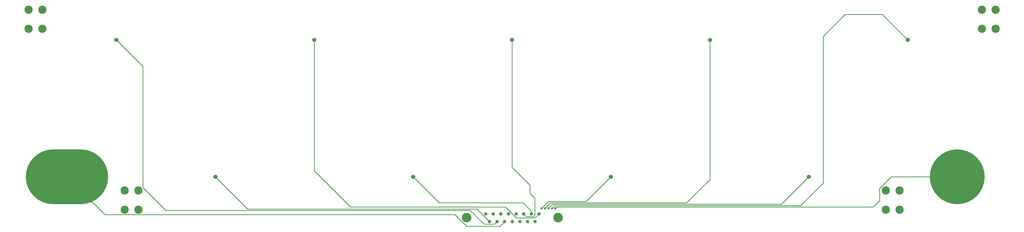
<source format=gbr>
%TF.GenerationSoftware,KiCad,Pcbnew,(5.1.6)-1*%
%TF.CreationDate,2022-08-08T14:05:23-07:00*%
%TF.ProjectId,NiCd Battery Shield - VP400KH,4e694364-2042-4617-9474-657279205368,1*%
%TF.SameCoordinates,Original*%
%TF.FileFunction,Copper,L1,Top*%
%TF.FilePolarity,Positive*%
%FSLAX46Y46*%
G04 Gerber Fmt 4.6, Leading zero omitted, Abs format (unit mm)*
G04 Created by KiCad (PCBNEW (5.1.6)-1) date 2022-08-08 14:05:23*
%MOMM*%
%LPD*%
G01*
G04 APERTURE LIST*
%TA.AperFunction,ComponentPad*%
%ADD10C,1.524000*%
%TD*%
%TA.AperFunction,ComponentPad*%
%ADD11C,1.250000*%
%TD*%
%TA.AperFunction,ComponentPad*%
%ADD12C,3.500000*%
%TD*%
%TA.AperFunction,ComponentPad*%
%ADD13C,20.000000*%
%TD*%
%TA.AperFunction,ComponentPad*%
%ADD14C,0.500000*%
%TD*%
%TA.AperFunction,ComponentPad*%
%ADD15O,30.000000X20.000000*%
%TD*%
%TA.AperFunction,ComponentPad*%
%ADD16C,3.000000*%
%TD*%
%TA.AperFunction,ViaPad*%
%ADD17C,0.800000*%
%TD*%
%TA.AperFunction,Conductor*%
%ADD18C,0.250000*%
%TD*%
G04 APERTURE END LIST*
D10*
%TO.P,J4,1*%
%TO.N,Net-(J4-Pad1)*%
X292000000Y-135000000D03*
%TD*%
D11*
%TO.P,J6,15*%
%TO.N,Net-(J6-Pad15)*%
X228385000Y-201340000D03*
%TO.P,J6,14*%
%TO.N,Net-(J6-Pad14)*%
X225615000Y-201340000D03*
%TO.P,J6,13*%
%TO.N,Net-(J6-Pad13)*%
X222845000Y-201340000D03*
%TO.P,J6,12*%
%TO.N,Net-(J6-Pad12)*%
X220075000Y-201340000D03*
%TO.P,J6,11*%
%TO.N,Net-(J12-Pad1)*%
X217305000Y-201340000D03*
%TO.P,J6,10*%
%TO.N,Net-(J11-Pad1)*%
X214535000Y-201340000D03*
%TO.P,J6,9*%
%TO.N,Net-(J10-Pad1)*%
X211765000Y-201340000D03*
%TO.P,J6,8*%
%TO.N,Net-(J6-Pad8)*%
X229770000Y-198500000D03*
%TO.P,J6,7*%
%TO.N,Net-(J6-Pad7)*%
X227000000Y-198500000D03*
%TO.P,J6,6*%
%TO.N,Net-(J6-Pad6)*%
X224230000Y-198500000D03*
%TO.P,J6,5*%
%TO.N,Net-(J5-Pad1)*%
X221460000Y-198500000D03*
%TO.P,J6,4*%
%TO.N,Net-(J4-Pad1)*%
X218690000Y-198500000D03*
%TO.P,J6,3*%
%TO.N,Net-(J3-Pad1)*%
X215920000Y-198500000D03*
%TO.P,J6,2*%
%TO.N,Net-(J2-Pad1)*%
X213150000Y-198500000D03*
%TO.P,J6,1*%
%TO.N,Net-(J1-Pad1)*%
X210380000Y-198500000D03*
D12*
%TO.P,J6,*%
%TO.N,*%
X236725000Y-199920000D03*
X203425000Y-199920000D03*
%TD*%
D10*
%TO.P,J3,1*%
%TO.N,Net-(J3-Pad1)*%
X328000000Y-185000000D03*
%TD*%
D13*
%TO.P,J1,1*%
%TO.N,Net-(J1-Pad1)*%
X382000000Y-185000000D03*
D14*
X382000000Y-178650000D03*
X379828172Y-179032952D03*
X377918299Y-180135618D03*
X376500739Y-181825000D03*
X375746471Y-183897334D03*
X375746471Y-186102666D03*
X376500739Y-188175000D03*
X377918299Y-189864382D03*
X379828172Y-190967048D03*
X382000000Y-191350000D03*
X384171828Y-190967048D03*
X386081701Y-189864382D03*
X387499261Y-188175000D03*
X388253529Y-186102666D03*
X388253529Y-183897334D03*
X387499261Y-181825000D03*
X386081701Y-180135618D03*
X384171828Y-179032952D03*
X382000000Y-177380000D03*
X379393807Y-177839542D03*
X377101958Y-179162741D03*
X375400886Y-181190000D03*
X374495765Y-183676801D03*
X374495765Y-186323199D03*
X375400886Y-188810000D03*
X377101958Y-190837259D03*
X379393807Y-192160458D03*
X382000000Y-192620000D03*
X384606193Y-192160458D03*
X386898042Y-190837259D03*
X388599114Y-188810000D03*
X389504235Y-186323199D03*
X389504235Y-183676801D03*
X388599114Y-181190000D03*
X386898042Y-179162741D03*
X384606193Y-177839542D03*
X382000000Y-176110000D03*
X378959441Y-176646133D03*
X376285618Y-178189865D03*
X374301034Y-180555000D03*
X373245059Y-183456268D03*
X373245059Y-186543732D03*
X374301034Y-189445000D03*
X376285618Y-191810135D03*
X378959441Y-193353867D03*
X382000000Y-193890000D03*
X385040559Y-193353867D03*
X387714382Y-191810135D03*
X389698966Y-189445000D03*
X390754941Y-186543732D03*
X390754941Y-183456268D03*
X389698966Y-180555000D03*
X387714382Y-178189865D03*
X385040559Y-176646133D03*
%TD*%
%TO.P,J12,1*%
%TO.N,Net-(J12-Pad1)*%
X58000000Y-193650000D03*
X58000000Y-191110000D03*
X60500000Y-192380000D03*
X60500000Y-191110000D03*
X60500000Y-193650000D03*
X58000000Y-192380000D03*
X55500000Y-193650000D03*
X55500000Y-191110000D03*
X55500000Y-192380000D03*
X58000000Y-178400000D03*
X58000000Y-177130000D03*
X58000000Y-175860000D03*
X60500000Y-178400000D03*
X60500000Y-175860000D03*
X60500000Y-177130000D03*
X55500000Y-178400000D03*
X55500000Y-177130000D03*
X55500000Y-175860000D03*
X68714382Y-191560135D03*
X63000000Y-191100000D03*
X63000000Y-178400000D03*
X65606193Y-177589542D03*
X63000000Y-192370000D03*
X69599114Y-188560000D03*
X66040559Y-176396133D03*
X68714382Y-177939865D03*
X70698966Y-180305000D03*
X63000000Y-177130000D03*
X63000000Y-193640000D03*
X70504235Y-183426801D03*
X68499261Y-187925000D03*
X65171828Y-178782952D03*
X71754941Y-183206268D03*
X70698966Y-189195000D03*
X66040559Y-193103867D03*
X63000000Y-175860000D03*
X67898042Y-178912741D03*
X69599114Y-180940000D03*
X70504235Y-186073199D03*
X67081701Y-189614382D03*
X68499261Y-181575000D03*
X67081701Y-179885618D03*
X65606193Y-191910458D03*
X65171828Y-190717048D03*
X67898042Y-190587259D03*
X69253529Y-183647334D03*
X71754941Y-186293732D03*
X69253529Y-185852666D03*
X47285618Y-191560135D03*
X44245059Y-186293732D03*
X46400886Y-188560000D03*
X53000000Y-191100000D03*
X46746471Y-183647334D03*
X53000000Y-178400000D03*
X46400886Y-180940000D03*
X48918299Y-189614382D03*
X53000000Y-192370000D03*
X53000000Y-177130000D03*
X53000000Y-193640000D03*
X50828172Y-178782952D03*
X50393807Y-177589542D03*
X50828172Y-190717048D03*
X49959441Y-193103867D03*
X45301034Y-189195000D03*
X45301034Y-180305000D03*
X45495765Y-183426801D03*
X47500739Y-181575000D03*
X47285618Y-177939865D03*
X47500739Y-187925000D03*
X49959441Y-176396133D03*
X53000000Y-175860000D03*
X48101958Y-178912741D03*
X50393807Y-191910458D03*
X48101958Y-190587259D03*
X46746471Y-185852666D03*
X48918299Y-179885618D03*
X44245059Y-183206268D03*
X45495765Y-186073199D03*
D15*
X58000000Y-185000000D03*
%TD*%
D10*
%TO.P,J7,1*%
%TO.N,Net-(J6-Pad6)*%
X220000000Y-135000000D03*
%TD*%
%TO.P,J11,1*%
%TO.N,Net-(J11-Pad1)*%
X76000000Y-135000000D03*
%TD*%
%TO.P,J10,1*%
%TO.N,Net-(J10-Pad1)*%
X112000000Y-185000000D03*
%TD*%
%TO.P,J9,1*%
%TO.N,Net-(J6-Pad8)*%
X148000000Y-135000000D03*
%TD*%
%TO.P,J8,1*%
%TO.N,Net-(J6-Pad7)*%
X184000000Y-185000000D03*
%TD*%
%TO.P,J5,1*%
%TO.N,Net-(J5-Pad1)*%
X256000000Y-185000000D03*
%TD*%
%TO.P,J2,1*%
%TO.N,Net-(J2-Pad1)*%
X364000000Y-135000000D03*
%TD*%
D16*
%TO.P,H1,1*%
%TO.N,N/C*%
X49000000Y-131000000D03*
X44000000Y-131000000D03*
X49000000Y-124000000D03*
X44000000Y-124000000D03*
%TD*%
%TO.P,H2,1*%
%TO.N,N/C*%
X84000000Y-197000000D03*
X79000000Y-197000000D03*
X84000000Y-190000000D03*
X79000000Y-190000000D03*
%TD*%
%TO.P,H3,1*%
%TO.N,N/C*%
X396000000Y-131000000D03*
X391000000Y-131000000D03*
X396000000Y-124000000D03*
X391000000Y-124000000D03*
%TD*%
%TO.P,H4,1*%
%TO.N,N/C*%
X361000000Y-197000000D03*
X356000000Y-197000000D03*
X361000000Y-190000000D03*
X356000000Y-190000000D03*
%TD*%
D17*
%TO.N,Net-(J1-Pad1)*%
X235750000Y-196500000D03*
%TO.N,Net-(J2-Pad1)*%
X234500000Y-196500000D03*
%TO.N,Net-(J3-Pad1)*%
X233250000Y-196500000D03*
%TO.N,Net-(J4-Pad1)*%
X232000000Y-196500000D03*
%TO.N,Net-(J5-Pad1)*%
X230750000Y-196500000D03*
%TD*%
D18*
%TO.N,Net-(J1-Pad1)*%
X236250000Y-196000000D02*
X235750000Y-196500000D01*
X358000000Y-185000000D02*
X353750000Y-189250000D01*
X382000000Y-185000000D02*
X358000000Y-185000000D01*
X353750000Y-189250000D02*
X353750000Y-193750000D01*
X353750000Y-193750000D02*
X351500000Y-196000000D01*
X351500000Y-196000000D02*
X236250000Y-196000000D01*
X235750000Y-196500000D02*
X235750000Y-196500000D01*
%TO.N,Net-(J2-Pad1)*%
X235500000Y-195500000D02*
X234500000Y-196500000D01*
X325000000Y-195500000D02*
X235500000Y-195500000D01*
X354750000Y-125750000D02*
X341250000Y-125750000D01*
X364000000Y-135000000D02*
X354750000Y-125750000D01*
X333250000Y-133750000D02*
X333250000Y-187250000D01*
X341250000Y-125750000D02*
X333250000Y-133750000D01*
X333250000Y-187250000D02*
X325000000Y-195500000D01*
X234500000Y-196500000D02*
X234500000Y-196500000D01*
%TO.N,Net-(J3-Pad1)*%
X234750000Y-195000000D02*
X233250000Y-196500000D01*
X328000000Y-185000000D02*
X318000000Y-195000000D01*
X318000000Y-195000000D02*
X234750000Y-195000000D01*
X233250000Y-196500000D02*
X233250000Y-196500000D01*
%TO.N,Net-(J4-Pad1)*%
X234000000Y-194500000D02*
X232000000Y-196500000D01*
X283500000Y-194500000D02*
X234000000Y-194500000D01*
X292000000Y-135000000D02*
X292000000Y-186000000D01*
X292000000Y-186000000D02*
X283500000Y-194500000D01*
X232000000Y-196500000D02*
X232000000Y-196500000D01*
%TO.N,Net-(J5-Pad1)*%
X233250000Y-194000000D02*
X230750000Y-196500000D01*
X256000000Y-185000000D02*
X247000000Y-194000000D01*
X247000000Y-194000000D02*
X233250000Y-194000000D01*
X230750000Y-196500000D02*
X230750000Y-196500000D01*
%TO.N,Net-(J12-Pad1)*%
X203433998Y-203000000D02*
X215645000Y-203000000D01*
X199258999Y-198825001D02*
X203433998Y-203000000D01*
X215645000Y-203000000D02*
X217305000Y-201340000D01*
X58000000Y-185000000D02*
X71825001Y-198825001D01*
X71825001Y-198825001D02*
X199258999Y-198825001D01*
%TO.N,Net-(J11-Pad1)*%
X209790001Y-202290001D02*
X213584999Y-202290001D01*
X85649990Y-188899990D02*
X94000000Y-197250000D01*
X94000000Y-197250000D02*
X204750000Y-197250000D01*
X85649990Y-144649990D02*
X85649990Y-188899990D01*
X204750000Y-197250000D02*
X209790001Y-202290001D01*
X213584999Y-202290001D02*
X214535000Y-201340000D01*
X76000000Y-135000000D02*
X85649990Y-144649990D01*
%TO.N,Net-(J10-Pad1)*%
X211140001Y-200715001D02*
X211765000Y-201340000D01*
X207224989Y-196799989D02*
X211140001Y-200715001D01*
X123799989Y-196799989D02*
X207224989Y-196799989D01*
X112000000Y-185000000D02*
X123799989Y-196799989D01*
%TO.N,Net-(J6-Pad8)*%
X228270000Y-200000000D02*
X229770000Y-198500000D01*
X148000000Y-182750000D02*
X161250000Y-196000000D01*
X161250000Y-196000000D02*
X217596002Y-196000000D01*
X148000000Y-135000000D02*
X148000000Y-182750000D01*
X217596002Y-196000000D02*
X221596002Y-200000000D01*
X221596002Y-200000000D02*
X228270000Y-200000000D01*
%TO.N,Net-(J6-Pad7)*%
X227000000Y-197500000D02*
X227000000Y-198500000D01*
X224000000Y-194500000D02*
X227000000Y-197500000D01*
X184000000Y-185000000D02*
X193500000Y-194500000D01*
X193500000Y-194500000D02*
X224000000Y-194500000D01*
%TO.N,Net-(J6-Pad6)*%
X228250000Y-199000000D02*
X227750000Y-199500000D01*
X220000000Y-181500000D02*
X226500000Y-188000000D01*
X228250000Y-192750000D02*
X228250000Y-199000000D01*
X225230000Y-199500000D02*
X224230000Y-198500000D01*
X226500000Y-188000000D02*
X226500000Y-191000000D01*
X227750000Y-199500000D02*
X225230000Y-199500000D01*
X220000000Y-135000000D02*
X220000000Y-181500000D01*
X226500000Y-191000000D02*
X228250000Y-192750000D01*
%TD*%
M02*

</source>
